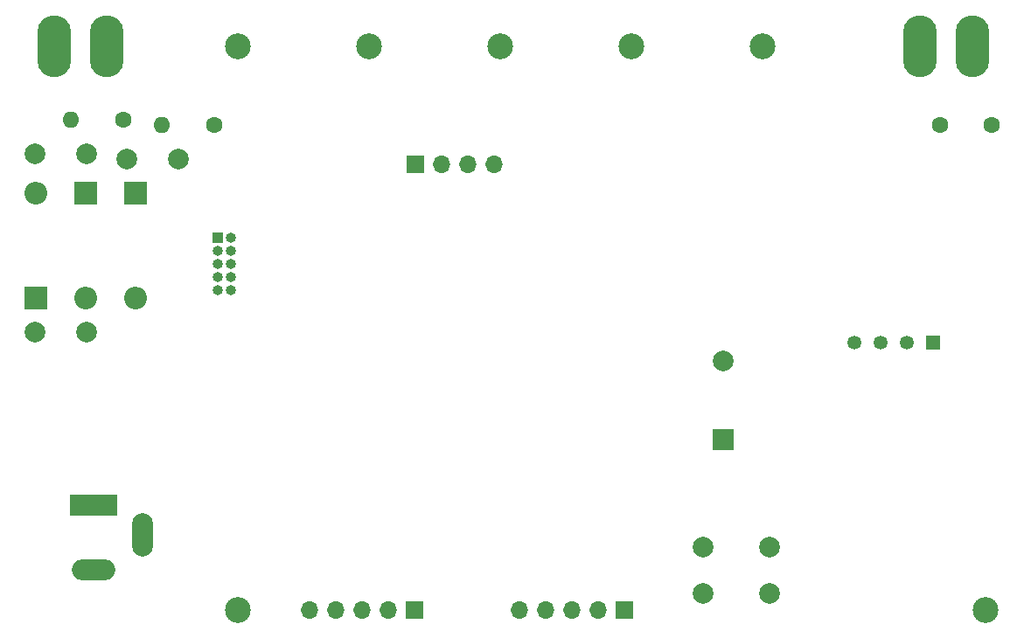
<source format=gbr>
%TF.GenerationSoftware,KiCad,Pcbnew,6.0.2+dfsg-1*%
%TF.CreationDate,2022-05-20T21:00:13+03:00*%
%TF.ProjectId,iot_geiger,696f745f-6765-4696-9765-722e6b696361,rev?*%
%TF.SameCoordinates,Original*%
%TF.FileFunction,Soldermask,Bot*%
%TF.FilePolarity,Negative*%
%FSLAX46Y46*%
G04 Gerber Fmt 4.6, Leading zero omitted, Abs format (unit mm)*
G04 Created by KiCad (PCBNEW 6.0.2+dfsg-1) date 2022-05-20 21:00:13*
%MOMM*%
%LPD*%
G01*
G04 APERTURE LIST*
%ADD10R,2.200000X2.200000*%
%ADD11O,2.200000X2.200000*%
%ADD12C,2.000000*%
%ADD13C,1.600000*%
%ADD14R,1.700000X1.700000*%
%ADD15O,1.700000X1.700000*%
%ADD16C,2.500000*%
%ADD17R,2.000000X2.000000*%
%ADD18O,1.600000X1.600000*%
%ADD19R,4.600000X2.000000*%
%ADD20O,4.200000X2.000000*%
%ADD21O,2.000000X4.200000*%
%ADD22R,1.350000X1.350000*%
%ADD23C,1.350000*%
%ADD24O,3.250000X6.000000*%
%ADD25R,1.000000X1.000000*%
%ADD26O,1.000000X1.000000*%
G04 APERTURE END LIST*
D10*
X128524000Y-58674000D03*
D11*
X128524000Y-68834000D03*
D10*
X118872000Y-68834000D03*
D11*
X118872000Y-58674000D03*
D10*
X123698000Y-58674000D03*
D11*
X123698000Y-68834000D03*
D12*
X132675000Y-55372000D03*
X127675000Y-55372000D03*
D13*
X211415000Y-52070000D03*
X206415000Y-52070000D03*
D14*
X155585000Y-55880000D03*
D15*
X158125000Y-55880000D03*
X160665000Y-55880000D03*
X163205000Y-55880000D03*
D16*
X163830000Y-44450000D03*
D12*
X118785000Y-54864000D03*
X123785000Y-54864000D03*
X123785000Y-72136000D03*
X118785000Y-72136000D03*
X189940000Y-93000000D03*
X183440000Y-93000000D03*
X189940000Y-97500000D03*
X183440000Y-97500000D03*
D16*
X210820000Y-99060000D03*
X176530000Y-44450000D03*
D17*
X185420000Y-82540000D03*
D12*
X185420000Y-74940000D03*
D13*
X127362000Y-51562000D03*
D18*
X122282000Y-51562000D03*
D16*
X189230000Y-44450000D03*
X138430000Y-44450000D03*
D13*
X136125000Y-52070000D03*
D18*
X131045000Y-52070000D03*
D19*
X124445000Y-88900000D03*
D20*
X124445000Y-95200000D03*
D21*
X129245000Y-91800000D03*
D16*
X151130000Y-44450000D03*
D14*
X175895000Y-99060000D03*
D15*
X173355000Y-99060000D03*
X170815000Y-99060000D03*
X168275000Y-99060000D03*
X165735000Y-99060000D03*
D16*
X138430000Y-99060000D03*
D22*
X205740000Y-73195000D03*
D23*
X203200000Y-73195000D03*
X200660000Y-73195000D03*
X198120000Y-73195000D03*
D24*
X120650000Y-44450000D03*
X125730000Y-44450000D03*
X204470000Y-44450000D03*
X209550000Y-44450000D03*
D14*
X155575000Y-99060000D03*
D15*
X153035000Y-99060000D03*
X150495000Y-99060000D03*
X147955000Y-99060000D03*
X145415000Y-99060000D03*
D25*
X136515000Y-63007000D03*
D26*
X137785000Y-63007000D03*
X136515000Y-64277000D03*
X137785000Y-64277000D03*
X136515000Y-65547000D03*
X137785000Y-65547000D03*
X136515000Y-66817000D03*
X137785000Y-66817000D03*
X136515000Y-68087000D03*
X137785000Y-68087000D03*
M02*

</source>
